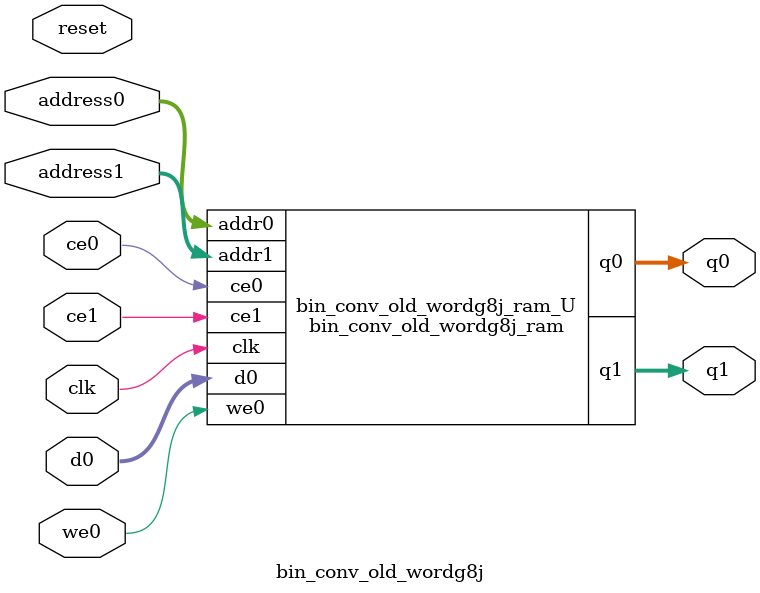
<source format=v>
`timescale 1 ns / 1 ps
module bin_conv_old_wordg8j_ram (addr0, ce0, d0, we0, q0, addr1, ce1, q1,  clk);

parameter DWIDTH = 2;
parameter AWIDTH = 8;
parameter MEM_SIZE = 160;

input[AWIDTH-1:0] addr0;
input ce0;
input[DWIDTH-1:0] d0;
input we0;
output reg[DWIDTH-1:0] q0;
input[AWIDTH-1:0] addr1;
input ce1;
output reg[DWIDTH-1:0] q1;
input clk;

(* ram_style = "distributed" *)reg [DWIDTH-1:0] ram[0:MEM_SIZE-1];




always @(posedge clk)  
begin 
    if (ce0) 
    begin
        if (we0) 
        begin 
            ram[addr0] <= d0; 
        end 
        q0 <= ram[addr0];
    end
end


always @(posedge clk)  
begin 
    if (ce1) 
    begin
        q1 <= ram[addr1];
    end
end


endmodule

`timescale 1 ns / 1 ps
module bin_conv_old_wordg8j(
    reset,
    clk,
    address0,
    ce0,
    we0,
    d0,
    q0,
    address1,
    ce1,
    q1);

parameter DataWidth = 32'd2;
parameter AddressRange = 32'd160;
parameter AddressWidth = 32'd8;
input reset;
input clk;
input[AddressWidth - 1:0] address0;
input ce0;
input we0;
input[DataWidth - 1:0] d0;
output[DataWidth - 1:0] q0;
input[AddressWidth - 1:0] address1;
input ce1;
output[DataWidth - 1:0] q1;



bin_conv_old_wordg8j_ram bin_conv_old_wordg8j_ram_U(
    .clk( clk ),
    .addr0( address0 ),
    .ce0( ce0 ),
    .we0( we0 ),
    .d0( d0 ),
    .q0( q0 ),
    .addr1( address1 ),
    .ce1( ce1 ),
    .q1( q1 ));

endmodule


</source>
